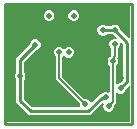
<source format=gbl>
G04*
G04 #@! TF.GenerationSoftware,Altium Limited,Altium Designer,22.11.1 (43)*
G04*
G04 Layer_Physical_Order=2*
G04 Layer_Color=16711680*
%FSLAX25Y25*%
%MOIN*%
G70*
G04*
G04 #@! TF.SameCoordinates,968F8FA3-88DA-4AFC-830A-3CF0B6850B21*
G04*
G04*
G04 #@! TF.FilePolarity,Positive*
G04*
G01*
G75*
%ADD16C,0.01000*%
%ADD36C,0.00500*%
%ADD37C,0.01968*%
G36*
X20457Y-1018D02*
X19995Y-1210D01*
X17126Y1660D01*
Y1927D01*
X16856Y2578D01*
X16358Y3077D01*
X15707Y3347D01*
X15002D01*
X14351Y3077D01*
X14112Y2838D01*
X12561D01*
X12421Y2978D01*
X11770Y3248D01*
X11065D01*
X10414Y2978D01*
X9915Y2480D01*
X9646Y1829D01*
Y1124D01*
X9915Y473D01*
X10414Y-26D01*
X11065Y-295D01*
X11770D01*
X12421Y-26D01*
X12659Y213D01*
X14211D01*
X14351Y73D01*
X15002Y-197D01*
X15270D01*
X16053Y-980D01*
X15770Y-1404D01*
X15707Y-1378D01*
X15002D01*
X14351Y-1648D01*
X13852Y-2146D01*
X13583Y-2797D01*
Y-3502D01*
X13852Y-4153D01*
X14297Y-4597D01*
Y-6533D01*
X14080Y-6857D01*
X14000Y-7261D01*
Y-7353D01*
X13773Y-7447D01*
X13274Y-7945D01*
X13005Y-8596D01*
Y-9301D01*
X13274Y-9952D01*
X13719Y-10397D01*
Y-19064D01*
X13219Y-19303D01*
X12715Y-19094D01*
X12010D01*
X11359Y-19364D01*
X10942Y-19781D01*
X10653Y-19839D01*
X10227Y-20123D01*
X7745Y-22605D01*
X7159Y-22485D01*
X7014Y-22134D01*
X6515Y-21636D01*
X5864Y-21366D01*
X5236D01*
X-2092Y-14038D01*
Y-7353D01*
X-1901Y-7163D01*
X-1575Y-6955D01*
X-1248Y-7163D01*
X-1004Y-7407D01*
X-352Y-7677D01*
X352D01*
X1004Y-7407D01*
X1502Y-6909D01*
X1772Y-6258D01*
Y-5553D01*
X1502Y-4902D01*
X1004Y-4404D01*
X352Y-4134D01*
X-352D01*
X-1004Y-4404D01*
X-1248Y-4648D01*
X-1575Y-4856D01*
X-1901Y-4648D01*
X-2146Y-4404D01*
X-2797Y-4134D01*
X-3502D01*
X-4153Y-4404D01*
X-4651Y-4902D01*
X-4921Y-5553D01*
Y-6258D01*
X-4651Y-6909D01*
X-4207Y-7353D01*
Y-14476D01*
X-4127Y-14881D01*
X-3898Y-15224D01*
X3740Y-22862D01*
Y-23490D01*
X3859Y-23778D01*
X3525Y-24278D01*
X-12055D01*
X-14829Y-21504D01*
Y-14972D01*
X-14640Y-14783D01*
X-14370Y-14132D01*
Y-13427D01*
X-14640Y-12776D01*
X-14829Y-12587D01*
Y-8969D01*
X-10939Y-5079D01*
X-10671D01*
X-10020Y-4809D01*
X-9522Y-4311D01*
X-9252Y-3660D01*
Y-2955D01*
X-9522Y-2303D01*
X-10020Y-1805D01*
X-10671Y-1535D01*
X-11376D01*
X-12027Y-1805D01*
X-12526Y-2303D01*
X-12795Y-2955D01*
Y-3222D01*
X-17070Y-7497D01*
X-17354Y-7923D01*
X-17454Y-8425D01*
Y-12587D01*
X-17644Y-12776D01*
X-17913Y-13427D01*
Y-14132D01*
X-17644Y-14783D01*
X-17454Y-14972D01*
Y-22047D01*
X-17354Y-22550D01*
X-17070Y-22975D01*
X-13527Y-26519D01*
X-13101Y-26803D01*
X-12598Y-26903D01*
X6616D01*
X7119Y-26803D01*
X7545Y-26519D01*
X11238Y-22825D01*
X11366Y-22838D01*
X11686Y-23372D01*
X11614Y-23545D01*
Y-24250D01*
X11884Y-24901D01*
X12382Y-25400D01*
X13033Y-25669D01*
X13738D01*
X14389Y-25400D01*
X14888Y-24901D01*
X15157Y-24250D01*
Y-23622D01*
X15524Y-23255D01*
X15754Y-22912D01*
X15834Y-22507D01*
Y-19544D01*
X16296Y-19353D01*
X16319Y-19376D01*
X16970Y-19646D01*
X17675D01*
X18326Y-19376D01*
X18825Y-18878D01*
X19094Y-18226D01*
Y-17959D01*
X19995Y-17058D01*
X20457Y-17249D01*
Y-29118D01*
X-20457D01*
Y9433D01*
X20457D01*
Y-1018D01*
D02*
G37*
G36*
X18282Y-3209D02*
Y-15059D01*
X17238Y-16102D01*
X16970D01*
X16319Y-16372D01*
X16296Y-16395D01*
X15834Y-16204D01*
Y-10397D01*
X16278Y-9952D01*
X16548Y-9301D01*
Y-8596D01*
X16278Y-7945D01*
X16115Y-7782D01*
Y-7693D01*
X16331Y-7369D01*
X16412Y-6965D01*
Y-4597D01*
X16856Y-4153D01*
X17126Y-3502D01*
Y-2797D01*
X17100Y-2734D01*
X17524Y-2451D01*
X18282Y-3209D01*
D02*
G37*
%LPC*%
G36*
X2026Y8071D02*
X1321D01*
X670Y7801D01*
X171Y7303D01*
X-98Y6652D01*
Y5947D01*
X171Y5296D01*
X670Y4797D01*
X1321Y4528D01*
X2026D01*
X2677Y4797D01*
X3175Y5296D01*
X3445Y5947D01*
Y6652D01*
X3175Y7303D01*
X2677Y7801D01*
X2026Y8071D01*
D02*
G37*
G36*
X-6104D02*
X-6809D01*
X-7460Y7801D01*
X-7959Y7303D01*
X-8228Y6652D01*
Y5947D01*
X-7959Y5296D01*
X-7460Y4797D01*
X-6809Y4528D01*
X-6104D01*
X-5453Y4797D01*
X-4955Y5296D01*
X-4685Y5947D01*
Y6652D01*
X-4955Y7303D01*
X-5453Y7801D01*
X-6104Y8071D01*
D02*
G37*
%LPD*%
D16*
X11156Y-21051D02*
X12177D01*
X-12598Y-25591D02*
X6616D01*
X12177Y-21051D02*
X12362Y-20866D01*
X6616Y-25591D02*
X11156Y-21051D01*
X-16142Y-22047D02*
X-12598Y-25591D01*
X-16142Y-22047D02*
Y-13780D01*
Y-8425D01*
X11417Y1476D02*
X11467Y1526D01*
X15305D02*
X15354Y1575D01*
X11467Y1526D02*
X15305D01*
X15354Y1575D02*
X19594Y-2665D01*
Y-15602D02*
Y-2665D01*
X17323Y-17874D02*
X19594Y-15602D01*
X-16142Y-8425D02*
X-11024Y-3307D01*
X-21260Y10236D02*
X21260D01*
X-21260Y-29921D02*
Y10236D01*
X21260Y-29921D02*
Y10236D01*
X-21260Y-29921D02*
X21260D01*
D36*
X14776Y-22507D02*
Y-8949D01*
X13386Y-23898D02*
X14776Y-22507D01*
X-3150Y-14476D02*
Y-5906D01*
Y-14476D02*
X5512Y-23138D01*
X15057Y-7261D02*
X15354Y-6965D01*
X15057Y-8668D02*
Y-7261D01*
X14776Y-8949D02*
X15057Y-8668D01*
X15354Y-6965D02*
Y-3150D01*
D37*
X13386Y-23898D02*
D03*
X5512Y-23138D02*
D03*
X-2362Y-21654D02*
D03*
X12362Y-20866D02*
D03*
X15354Y1575D02*
D03*
X-16142Y-13780D02*
D03*
X-8819Y-20866D02*
D03*
X-13228D02*
D03*
X-11024Y-12205D02*
D03*
X14776Y-8949D02*
D03*
X17323Y-17874D02*
D03*
Y-14409D02*
D03*
X3543Y-13228D02*
D03*
X15354Y-3150D02*
D03*
X-11024Y-3307D02*
D03*
X-6457Y6299D02*
D03*
X1673D02*
D03*
X11417Y1476D02*
D03*
X-11024Y158D02*
D03*
X0Y-5906D02*
D03*
X-3150D02*
D03*
X-2992Y6299D02*
D03*
X3150Y-787D02*
D03*
X-3150D02*
D03*
M02*

</source>
